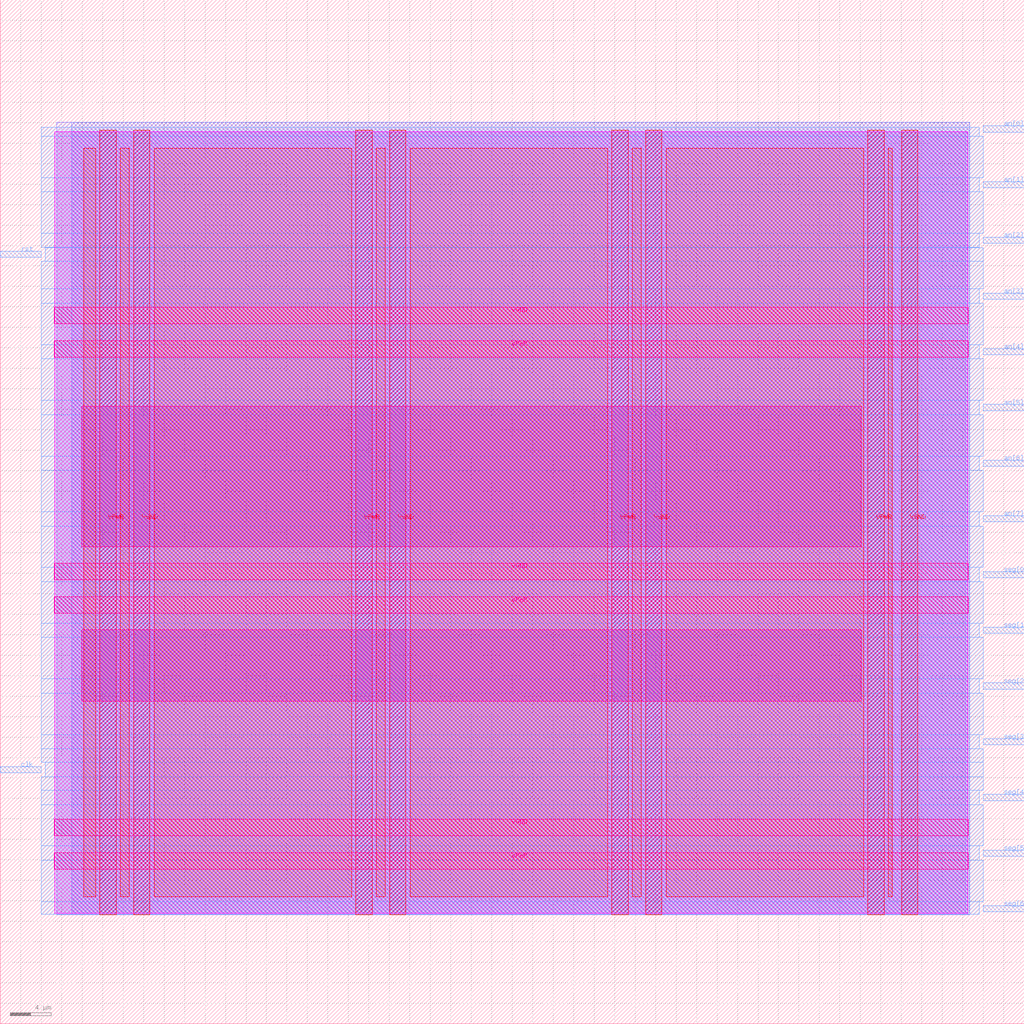
<source format=lef>
VERSION 5.7 ;
  NOWIREEXTENSIONATPIN ON ;
  DIVIDERCHAR "/" ;
  BUSBITCHARS "[]" ;
MACRO ZeroToFiveCounter
  CLASS BLOCK ;
  FOREIGN ZeroToFiveCounter ;
  ORIGIN 0.000 0.000 ;
  SIZE 100.000 BY 100.000 ;
  PIN VGND
    DIRECTION INOUT ;
    USE GROUND ;
    PORT
      LAYER met4 ;
        RECT 13.020 10.640 14.620 87.280 ;
    END
    PORT
      LAYER met4 ;
        RECT 38.020 10.640 39.620 87.280 ;
    END
    PORT
      LAYER met4 ;
        RECT 63.020 10.640 64.620 87.280 ;
    END
    PORT
      LAYER met4 ;
        RECT 88.020 10.640 89.620 87.280 ;
    END
    PORT
      LAYER met5 ;
        RECT 5.280 18.380 94.540 19.980 ;
    END
    PORT
      LAYER met5 ;
        RECT 5.280 43.380 94.540 44.980 ;
    END
    PORT
      LAYER met5 ;
        RECT 5.280 68.380 94.540 69.980 ;
    END
  END VGND
  PIN VPWR
    DIRECTION INOUT ;
    USE POWER ;
    PORT
      LAYER met4 ;
        RECT 9.720 10.640 11.320 87.280 ;
    END
    PORT
      LAYER met4 ;
        RECT 34.720 10.640 36.320 87.280 ;
    END
    PORT
      LAYER met4 ;
        RECT 59.720 10.640 61.320 87.280 ;
    END
    PORT
      LAYER met4 ;
        RECT 84.720 10.640 86.320 87.280 ;
    END
    PORT
      LAYER met5 ;
        RECT 5.280 15.080 94.540 16.680 ;
    END
    PORT
      LAYER met5 ;
        RECT 5.280 40.080 94.540 41.680 ;
    END
    PORT
      LAYER met5 ;
        RECT 5.280 65.080 94.540 66.680 ;
    END
  END VPWR
  PIN an[0]
    DIRECTION OUTPUT ;
    USE SIGNAL ;
    PORT
      LAYER met3 ;
        RECT 96.000 87.080 100.000 87.680 ;
    END
  END an[0]
  PIN an[1]
    DIRECTION OUTPUT ;
    USE SIGNAL ;
    PORT
      LAYER met3 ;
        RECT 96.000 81.640 100.000 82.240 ;
    END
  END an[1]
  PIN an[2]
    DIRECTION OUTPUT ;
    USE SIGNAL ;
    PORT
      LAYER met3 ;
        RECT 96.000 76.200 100.000 76.800 ;
    END
  END an[2]
  PIN an[3]
    DIRECTION OUTPUT ;
    USE SIGNAL ;
    PORT
      LAYER met3 ;
        RECT 96.000 70.760 100.000 71.360 ;
    END
  END an[3]
  PIN an[4]
    DIRECTION OUTPUT ;
    USE SIGNAL ;
    PORT
      LAYER met3 ;
        RECT 96.000 65.320 100.000 65.920 ;
    END
  END an[4]
  PIN an[5]
    DIRECTION OUTPUT ;
    USE SIGNAL ;
    PORT
      LAYER met3 ;
        RECT 96.000 59.880 100.000 60.480 ;
    END
  END an[5]
  PIN an[6]
    DIRECTION OUTPUT ;
    USE SIGNAL ;
    PORT
      LAYER met3 ;
        RECT 96.000 54.440 100.000 55.040 ;
    END
  END an[6]
  PIN an[7]
    DIRECTION OUTPUT ;
    USE SIGNAL ;
    PORT
      LAYER met3 ;
        RECT 96.000 49.000 100.000 49.600 ;
    END
  END an[7]
  PIN clk
    DIRECTION INPUT ;
    USE SIGNAL ;
    ANTENNAGATEAREA 0.852000 ;
    ANTENNADIFFAREA 0.434700 ;
    PORT
      LAYER met3 ;
        RECT 0.000 24.520 4.000 25.120 ;
    END
  END clk
  PIN rst
    DIRECTION INPUT ;
    USE SIGNAL ;
    ANTENNAGATEAREA 0.159000 ;
    ANTENNADIFFAREA 0.434700 ;
    PORT
      LAYER met3 ;
        RECT 0.000 74.840 4.000 75.440 ;
    END
  END rst
  PIN seg[0]
    DIRECTION OUTPUT ;
    USE SIGNAL ;
    ANTENNADIFFAREA 0.445500 ;
    PORT
      LAYER met3 ;
        RECT 96.000 43.560 100.000 44.160 ;
    END
  END seg[0]
  PIN seg[1]
    DIRECTION OUTPUT ;
    USE SIGNAL ;
    ANTENNADIFFAREA 0.445500 ;
    PORT
      LAYER met3 ;
        RECT 96.000 38.120 100.000 38.720 ;
    END
  END seg[1]
  PIN seg[2]
    DIRECTION OUTPUT ;
    USE SIGNAL ;
    ANTENNADIFFAREA 0.445500 ;
    PORT
      LAYER met3 ;
        RECT 96.000 32.680 100.000 33.280 ;
    END
  END seg[2]
  PIN seg[3]
    DIRECTION OUTPUT ;
    USE SIGNAL ;
    ANTENNADIFFAREA 0.445500 ;
    PORT
      LAYER met3 ;
        RECT 96.000 27.240 100.000 27.840 ;
    END
  END seg[3]
  PIN seg[4]
    DIRECTION OUTPUT ;
    USE SIGNAL ;
    ANTENNADIFFAREA 0.445500 ;
    PORT
      LAYER met3 ;
        RECT 96.000 21.800 100.000 22.400 ;
    END
  END seg[4]
  PIN seg[5]
    DIRECTION OUTPUT ;
    USE SIGNAL ;
    ANTENNADIFFAREA 0.445500 ;
    PORT
      LAYER met3 ;
        RECT 96.000 16.360 100.000 16.960 ;
    END
  END seg[5]
  PIN seg[6]
    DIRECTION OUTPUT ;
    USE SIGNAL ;
    ANTENNADIFFAREA 0.445500 ;
    PORT
      LAYER met3 ;
        RECT 96.000 10.920 100.000 11.520 ;
    END
  END seg[6]
  OBS
      LAYER nwell ;
        RECT 5.330 10.795 94.490 87.125 ;
      LAYER li1 ;
        RECT 5.520 10.795 94.300 87.125 ;
      LAYER met1 ;
        RECT 5.520 10.640 94.690 88.020 ;
      LAYER met2 ;
        RECT 6.990 10.695 94.670 88.050 ;
      LAYER met3 ;
        RECT 4.000 86.680 95.600 87.545 ;
        RECT 4.000 82.640 96.000 86.680 ;
        RECT 4.000 81.240 95.600 82.640 ;
        RECT 4.000 77.200 96.000 81.240 ;
        RECT 4.000 75.840 95.600 77.200 ;
        RECT 4.400 75.800 95.600 75.840 ;
        RECT 4.400 74.440 96.000 75.800 ;
        RECT 4.000 71.760 96.000 74.440 ;
        RECT 4.000 70.360 95.600 71.760 ;
        RECT 4.000 66.320 96.000 70.360 ;
        RECT 4.000 64.920 95.600 66.320 ;
        RECT 4.000 60.880 96.000 64.920 ;
        RECT 4.000 59.480 95.600 60.880 ;
        RECT 4.000 55.440 96.000 59.480 ;
        RECT 4.000 54.040 95.600 55.440 ;
        RECT 4.000 50.000 96.000 54.040 ;
        RECT 4.000 48.600 95.600 50.000 ;
        RECT 4.000 44.560 96.000 48.600 ;
        RECT 4.000 43.160 95.600 44.560 ;
        RECT 4.000 39.120 96.000 43.160 ;
        RECT 4.000 37.720 95.600 39.120 ;
        RECT 4.000 33.680 96.000 37.720 ;
        RECT 4.000 32.280 95.600 33.680 ;
        RECT 4.000 28.240 96.000 32.280 ;
        RECT 4.000 26.840 95.600 28.240 ;
        RECT 4.000 25.520 96.000 26.840 ;
        RECT 4.400 24.120 96.000 25.520 ;
        RECT 4.000 22.800 96.000 24.120 ;
        RECT 4.000 21.400 95.600 22.800 ;
        RECT 4.000 17.360 96.000 21.400 ;
        RECT 4.000 15.960 95.600 17.360 ;
        RECT 4.000 11.920 96.000 15.960 ;
        RECT 4.000 10.715 95.600 11.920 ;
      LAYER met4 ;
        RECT 8.150 12.415 9.320 85.505 ;
        RECT 11.720 12.415 12.620 85.505 ;
        RECT 15.020 12.415 34.320 85.505 ;
        RECT 36.720 12.415 37.620 85.505 ;
        RECT 40.020 12.415 59.320 85.505 ;
        RECT 61.720 12.415 62.620 85.505 ;
        RECT 65.020 12.415 84.320 85.505 ;
        RECT 86.720 12.415 87.105 85.505 ;
      LAYER met5 ;
        RECT 7.940 46.580 84.060 60.300 ;
        RECT 7.940 31.500 84.060 38.480 ;
  END
END ZeroToFiveCounter
END LIBRARY


</source>
